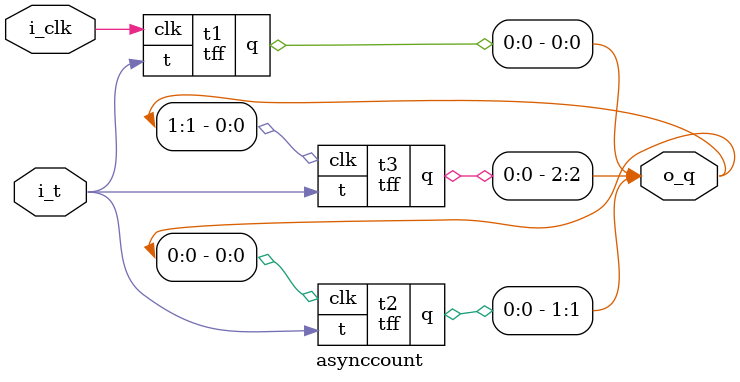
<source format=v>
`timescale 1ns/1ps

module tff ( 	input clk,
            	input t,
            output reg q);

initial q = 0;

  always @ (negedge clk) begin
   q <= q ^ t;
  end
endmodule

module asynccount (
input i_t,
input i_clk,
output wire [2:0]o_q
);

 tff t1(.t(i_t), .clk(i_clk), .q(o_q[0]));
 tff t2(.t(i_t), .clk(o_q[0]), .q(o_q[1]));
 tff t3(.t(i_t), .clk(o_q[1]), .q(o_q[2]));
 
 endmodule
</source>
